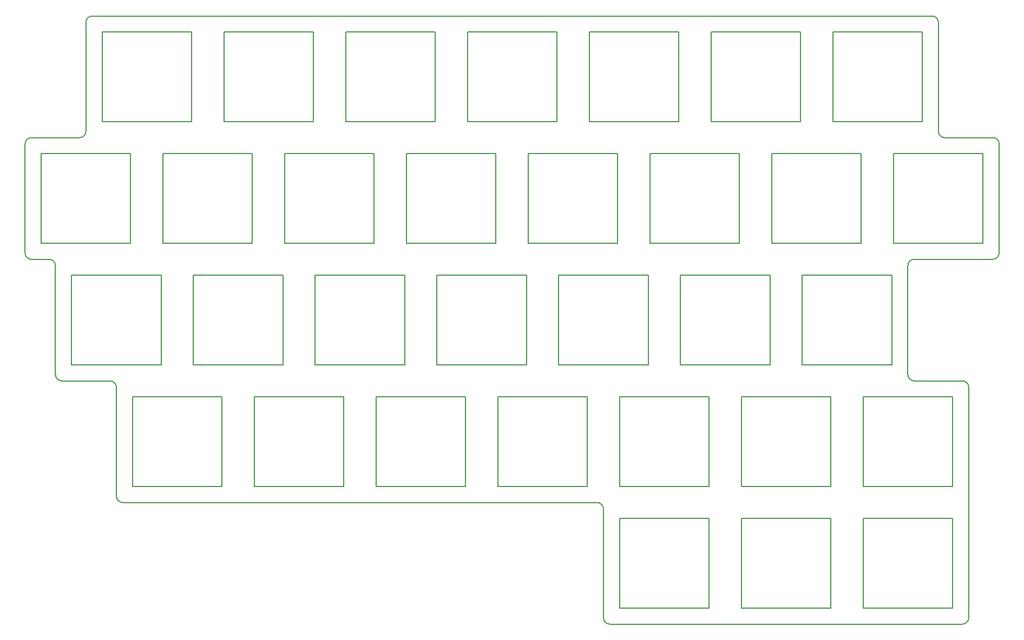
<source format=gm1>
%TF.GenerationSoftware,KiCad,Pcbnew,7.0.10*%
%TF.CreationDate,2024-02-19T14:11:06+09:00*%
%TF.ProjectId,keyball-row-staggered-right,6b657962-616c-46c2-9d72-6f772d737461,rev?*%
%TF.SameCoordinates,Original*%
%TF.FileFunction,Profile,NP*%
%FSLAX46Y46*%
G04 Gerber Fmt 4.6, Leading zero omitted, Abs format (unit mm)*
G04 Created by KiCad (PCBNEW 7.0.10) date 2024-02-19 14:11:06*
%MOMM*%
%LPD*%
G01*
G04 APERTURE LIST*
%TA.AperFunction,Profile*%
%ADD10C,0.188976*%
%TD*%
%TA.AperFunction,Profile*%
%ADD11C,0.200000*%
%TD*%
G04 APERTURE END LIST*
D10*
X83487001Y-111775003D02*
X97487001Y-111775003D01*
X183499994Y-59675000D02*
X183499994Y-73675000D01*
X173687006Y-130824998D02*
X173687006Y-116824998D01*
X178450006Y-59675000D02*
X164450006Y-59675000D01*
X183212000Y-78724999D02*
X169212000Y-78724999D01*
D11*
X204787000Y-94243490D02*
X204787000Y-77193488D01*
X209549570Y-39093530D02*
G75*
G03*
X208549459Y-38093530I-1000070J-70D01*
G01*
X214312012Y-96243488D02*
G75*
G03*
X213312000Y-95243488I-1000012J-12D01*
G01*
D10*
X126350000Y-59675000D02*
X126350000Y-73675000D01*
X116536996Y-111775003D02*
X116536996Y-97775003D01*
X173687006Y-111775003D02*
X173687006Y-97775003D01*
X83199998Y-73675000D02*
X83199998Y-59675000D01*
X188262003Y-78724999D02*
X188262003Y-92724999D01*
X207025003Y-40625000D02*
X193025003Y-40625000D01*
D11*
X213312000Y-133349000D02*
G75*
G03*
X214312000Y-132349003I0J1000000D01*
G01*
D10*
X140350000Y-59675000D02*
X126350000Y-59675000D01*
X173687006Y-97775003D02*
X159686998Y-97775003D01*
X150161996Y-78724999D02*
X150161996Y-92724999D01*
X112061998Y-92724999D02*
X126061998Y-92724999D01*
X188262003Y-92724999D02*
X202262003Y-92724999D01*
X88250002Y-73675000D02*
X102250002Y-73675000D01*
X130824998Y-40625000D02*
X116824998Y-40625000D01*
X154637003Y-111775003D02*
X154637003Y-97775003D01*
X107299997Y-73675000D02*
X121299997Y-73675000D01*
X183212000Y-92724999D02*
X183212000Y-78724999D01*
X159686998Y-97775003D02*
X159686998Y-111775003D01*
D11*
X219074500Y-75193490D02*
X219074500Y-58143489D01*
D10*
X135874002Y-40625000D02*
X135874002Y-54624999D01*
X111775003Y-54624999D02*
X111775003Y-40625000D01*
X107299997Y-59675000D02*
X107299997Y-73675000D01*
D11*
X213312000Y-95243488D02*
X205787000Y-95243490D01*
D10*
X159686998Y-130824998D02*
X173687006Y-130824998D01*
X69199998Y-59675000D02*
X69199998Y-73675000D01*
X97487001Y-97775003D02*
X83487001Y-97775003D01*
D11*
X157161998Y-115299002D02*
G75*
G03*
X156162000Y-114299002I-999998J2D01*
G01*
D10*
X154923997Y-54624999D02*
X168924997Y-54624999D01*
X135874002Y-54624999D02*
X149874002Y-54624999D01*
D11*
X77199961Y-38098902D02*
G75*
G03*
X76200002Y-39098958I139J-1000098D01*
G01*
D10*
X169212000Y-92724999D02*
X183212000Y-92724999D01*
D11*
X67675003Y-76199002D02*
X70437001Y-76199001D01*
D10*
X116824998Y-40625000D02*
X116824998Y-54624999D01*
X121299997Y-73675000D02*
X121299997Y-59675000D01*
X92725000Y-54624999D02*
X92725000Y-40625000D01*
X102536996Y-111775003D02*
X116536996Y-111775003D01*
X178736993Y-111775003D02*
X192736993Y-111775003D01*
D11*
X205787000Y-76193488D02*
X218074500Y-76193490D01*
D10*
X83199998Y-59675000D02*
X69199998Y-59675000D01*
D11*
X205787000Y-76193500D02*
G75*
G03*
X204787000Y-77193488I0J-1000000D01*
G01*
D10*
X197499994Y-73675000D02*
X197499994Y-59675000D01*
X102536996Y-97775003D02*
X102536996Y-111775003D01*
X169212000Y-78724999D02*
X169212000Y-92724999D01*
X197786996Y-116824998D02*
X197786996Y-130824998D01*
X164161996Y-92724999D02*
X164161996Y-78724999D01*
D11*
X219074511Y-58143489D02*
G75*
G03*
X218074500Y-57143489I-1000011J-11D01*
G01*
D10*
X193025003Y-40625000D02*
X193025003Y-54624999D01*
D11*
X71436997Y-94249003D02*
G75*
G03*
X72437002Y-95249003I1000003J3D01*
G01*
X208549459Y-38093530D02*
X77199961Y-38098958D01*
D10*
X107012003Y-78724999D02*
X93011999Y-78724999D01*
X202549997Y-73675000D02*
X216549997Y-73675000D01*
X78725000Y-54624999D02*
X92725000Y-54624999D01*
D11*
X214312000Y-132349003D02*
X214312000Y-96243488D01*
D10*
X131112001Y-78724999D02*
X131112001Y-92724999D01*
X78725000Y-40625000D02*
X78725000Y-54624999D01*
X197499994Y-59675000D02*
X183499994Y-59675000D01*
X202549997Y-59675000D02*
X202549997Y-73675000D01*
X173975000Y-54624999D02*
X187975000Y-54624999D01*
D11*
X209549508Y-56143492D02*
G75*
G03*
X210549500Y-57143492I999992J-8D01*
G01*
X81962001Y-114299002D02*
X156162000Y-114299002D01*
D10*
X149874002Y-40625000D02*
X135874002Y-40625000D01*
D11*
X157161995Y-132349005D02*
G75*
G03*
X158162000Y-133349005I1000005J5D01*
G01*
X158162000Y-133349005D02*
X213312000Y-133349003D01*
D10*
X140637003Y-111775003D02*
X154637003Y-111775003D01*
D11*
X66674998Y-75199002D02*
G75*
G03*
X67675003Y-76199002I1000002J2D01*
G01*
X76200002Y-39098958D02*
X76200001Y-56149000D01*
D10*
X135587000Y-97775003D02*
X121587000Y-97775003D01*
X126061998Y-92724999D02*
X126061998Y-78724999D01*
X202262003Y-78724999D02*
X188262003Y-78724999D01*
X102250002Y-59675000D02*
X88250002Y-59675000D01*
X145400003Y-73675000D02*
X159400003Y-73675000D01*
X197786996Y-111775003D02*
X211786996Y-111775003D01*
X87962000Y-78724999D02*
X73962000Y-78724999D01*
X211786996Y-130824998D02*
X211786996Y-116824998D01*
X145112001Y-78724999D02*
X131112001Y-78724999D01*
X164450006Y-73675000D02*
X178450006Y-73675000D01*
X69199998Y-73675000D02*
X83199998Y-73675000D01*
X111775003Y-40625000D02*
X97775003Y-40625000D01*
X178736993Y-130824998D02*
X192736993Y-130824998D01*
X97775003Y-54624999D02*
X111775003Y-54624999D01*
D11*
X218074500Y-57143489D02*
X210549500Y-57143492D01*
D10*
X116536996Y-97775003D02*
X102536996Y-97775003D01*
D11*
X209549500Y-56143492D02*
X209549500Y-39093530D01*
X80962001Y-96248999D02*
X80962001Y-113299002D01*
X71437002Y-77199001D02*
X71437002Y-94249003D01*
D10*
X88250002Y-59675000D02*
X88250002Y-73675000D01*
X93011999Y-78724999D02*
X93011999Y-92724999D01*
D11*
X71436999Y-77199001D02*
G75*
G03*
X70437001Y-76199001I-999999J1D01*
G01*
X218074500Y-76193500D02*
G75*
G03*
X219074500Y-75193490I0J1000000D01*
G01*
D10*
X183499994Y-73675000D02*
X197499994Y-73675000D01*
X159686998Y-111775003D02*
X173687006Y-111775003D01*
X192736993Y-116824998D02*
X178736993Y-116824998D01*
D11*
X66675002Y-58149000D02*
X66675002Y-75199002D01*
D10*
X73962000Y-78724999D02*
X73962000Y-92724999D01*
X73962000Y-92724999D02*
X87962000Y-92724999D01*
X168924997Y-40625000D02*
X154923997Y-40625000D01*
X102250002Y-73675000D02*
X102250002Y-59675000D01*
X207025003Y-54624999D02*
X207025003Y-40625000D01*
X211786996Y-116824998D02*
X197786996Y-116824998D01*
X145112001Y-92724999D02*
X145112001Y-78724999D01*
X192736993Y-130824998D02*
X192736993Y-116824998D01*
D11*
X80962001Y-96248999D02*
G75*
G03*
X79962001Y-95248999I-1000001J-1D01*
G01*
D10*
X140350000Y-73675000D02*
X140350000Y-59675000D01*
X154637003Y-97775003D02*
X140637003Y-97775003D01*
X97775003Y-40625000D02*
X97775003Y-54624999D01*
X173687006Y-116824998D02*
X159686998Y-116824998D01*
X121587000Y-111775003D02*
X135587000Y-111775003D01*
X130824998Y-54624999D02*
X130824998Y-40625000D01*
D11*
X75200001Y-57149000D02*
X67675002Y-57149000D01*
D10*
X116824998Y-54624999D02*
X130824998Y-54624999D01*
D11*
X67675002Y-57149002D02*
G75*
G03*
X66675002Y-58149000I-2J-999998D01*
G01*
D10*
X178736993Y-116824998D02*
X178736993Y-130824998D01*
X159400003Y-73675000D02*
X159400003Y-59675000D01*
X92725000Y-40625000D02*
X78725000Y-40625000D01*
X87962000Y-92724999D02*
X87962000Y-78724999D01*
X145400003Y-59675000D02*
X145400003Y-73675000D01*
D11*
X80961998Y-113299002D02*
G75*
G03*
X81962001Y-114299002I1000002J2D01*
G01*
D10*
X187975000Y-40625000D02*
X173975000Y-40625000D01*
X159686998Y-116824998D02*
X159686998Y-130824998D01*
X121587000Y-97775003D02*
X121587000Y-111775003D01*
D11*
X157162000Y-115299002D02*
X157162000Y-132349005D01*
D10*
X121299997Y-59675000D02*
X107299997Y-59675000D01*
D11*
X204787010Y-94243490D02*
G75*
G03*
X205787000Y-95243490I999990J-10D01*
G01*
D10*
X126350000Y-73675000D02*
X140350000Y-73675000D01*
X107012003Y-92724999D02*
X107012003Y-78724999D01*
X192736993Y-97775003D02*
X178736993Y-97775003D01*
X149874002Y-54624999D02*
X149874002Y-40625000D01*
X97487001Y-111775003D02*
X97487001Y-97775003D01*
X131112001Y-92724999D02*
X145112001Y-92724999D01*
X193025003Y-54624999D02*
X207025003Y-54624999D01*
X154923997Y-40625000D02*
X154923997Y-54624999D01*
X150161996Y-92724999D02*
X164161996Y-92724999D01*
X112061998Y-78724999D02*
X112061998Y-92724999D01*
X159400003Y-59675000D02*
X145400003Y-59675000D01*
X168924997Y-54624999D02*
X168924997Y-40625000D01*
D11*
X72437002Y-95249003D02*
X79962001Y-95248999D01*
D10*
X216549997Y-59675000D02*
X202549997Y-59675000D01*
X140637003Y-97775003D02*
X140637003Y-111775003D01*
X164161996Y-78724999D02*
X150161996Y-78724999D01*
X178736993Y-97775003D02*
X178736993Y-111775003D01*
X192736993Y-111775003D02*
X192736993Y-97775003D01*
X202262003Y-92724999D02*
X202262003Y-78724999D01*
X211786996Y-97775003D02*
X197786996Y-97775003D01*
X187975000Y-54624999D02*
X187975000Y-40625000D01*
X211786996Y-111775003D02*
X211786996Y-97775003D01*
X83487001Y-97775003D02*
X83487001Y-111775003D01*
D11*
X75200001Y-57149001D02*
G75*
G03*
X76200001Y-56149000I-1J1000001D01*
G01*
D10*
X164450006Y-59675000D02*
X164450006Y-73675000D01*
X135587000Y-111775003D02*
X135587000Y-97775003D01*
X178450006Y-73675000D02*
X178450006Y-59675000D01*
X93011999Y-92724999D02*
X107012003Y-92724999D01*
X216549997Y-73675000D02*
X216549997Y-59675000D01*
X197786996Y-97775003D02*
X197786996Y-111775003D01*
X197786996Y-130824998D02*
X211786996Y-130824998D01*
X126061998Y-78724999D02*
X112061998Y-78724999D01*
X173975000Y-40625000D02*
X173975000Y-54624999D01*
M02*

</source>
